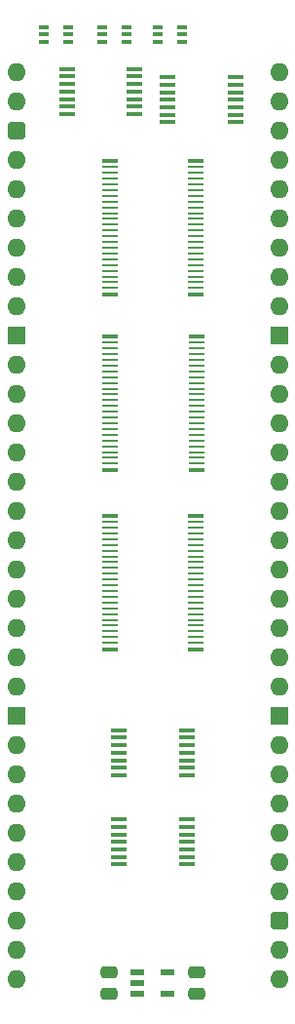
<source format=gbr>
%TF.GenerationSoftware,KiCad,Pcbnew,7.0.5*%
%TF.CreationDate,2024-01-04T10:21:33+02:00*%
%TF.ProjectId,HCP65 Device Interrupts Wide,48435036-3520-4446-9576-69636520496e,rev?*%
%TF.SameCoordinates,Original*%
%TF.FileFunction,Soldermask,Top*%
%TF.FilePolarity,Negative*%
%FSLAX46Y46*%
G04 Gerber Fmt 4.6, Leading zero omitted, Abs format (unit mm)*
G04 Created by KiCad (PCBNEW 7.0.5) date 2024-01-04 10:21:33*
%MOMM*%
%LPD*%
G01*
G04 APERTURE LIST*
G04 Aperture macros list*
%AMRoundRect*
0 Rectangle with rounded corners*
0 $1 Rounding radius*
0 $2 $3 $4 $5 $6 $7 $8 $9 X,Y pos of 4 corners*
0 Add a 4 corners polygon primitive as box body*
4,1,4,$2,$3,$4,$5,$6,$7,$8,$9,$2,$3,0*
0 Add four circle primitives for the rounded corners*
1,1,$1+$1,$2,$3*
1,1,$1+$1,$4,$5*
1,1,$1+$1,$6,$7*
1,1,$1+$1,$8,$9*
0 Add four rect primitives between the rounded corners*
20,1,$1+$1,$2,$3,$4,$5,0*
20,1,$1+$1,$4,$5,$6,$7,0*
20,1,$1+$1,$6,$7,$8,$9,0*
20,1,$1+$1,$8,$9,$2,$3,0*%
G04 Aperture macros list end*
%ADD10R,1.150000X0.600000*%
%ADD11R,1.400000X0.400000*%
%ADD12R,1.400000X0.280000*%
%ADD13R,0.875000X0.450000*%
%ADD14R,1.475000X0.450000*%
%ADD15RoundRect,0.250000X0.475000X-0.250000X0.475000X0.250000X-0.475000X0.250000X-0.475000X-0.250000X0*%
%ADD16O,1.600000X1.600000*%
%ADD17RoundRect,0.400000X-0.400000X-0.400000X0.400000X-0.400000X0.400000X0.400000X-0.400000X0.400000X0*%
%ADD18R,1.600000X1.600000*%
G04 APERTURE END LIST*
D10*
%TO.C,IC11*%
X96901000Y-149225000D03*
X96901000Y-150175000D03*
X96901000Y-151125000D03*
X99501000Y-151125000D03*
X99501000Y-149225000D03*
%TD*%
D11*
%TO.C,IC10*%
X94481000Y-109573000D03*
D12*
X94481000Y-110133000D03*
X94481000Y-110633000D03*
X94481000Y-111133000D03*
X94481000Y-111633000D03*
X94481000Y-112133000D03*
X94481000Y-112633000D03*
X94481000Y-113133000D03*
X94481000Y-113633000D03*
X94481000Y-114133000D03*
X94481000Y-114633000D03*
X94481000Y-115133000D03*
X94481000Y-115633000D03*
X94481000Y-116133000D03*
X94481000Y-116633000D03*
X94481000Y-117133000D03*
X94481000Y-117633000D03*
X94481000Y-118133000D03*
X94481000Y-118633000D03*
X94481000Y-119133000D03*
X94481000Y-119633000D03*
X94481000Y-120133000D03*
X94481000Y-120633000D03*
D11*
X94481000Y-121193000D03*
X101981000Y-121193000D03*
D12*
X101981000Y-120633000D03*
X101981000Y-120133000D03*
X101981000Y-119633000D03*
X101981000Y-119133000D03*
X101981000Y-118633000D03*
X101981000Y-118133000D03*
X101981000Y-117633000D03*
X101981000Y-117133000D03*
X101981000Y-116633000D03*
X101981000Y-116133000D03*
X101981000Y-115633000D03*
X101981000Y-115133000D03*
X101981000Y-114633000D03*
X101981000Y-114133000D03*
X101981000Y-113633000D03*
X101981000Y-113133000D03*
X101981000Y-112633000D03*
X101981000Y-112133000D03*
X101981000Y-111633000D03*
X101981000Y-111133000D03*
X101981000Y-110633000D03*
X101981000Y-110133000D03*
D11*
X101981000Y-109573000D03*
%TD*%
D13*
%TO.C,IC8*%
X100757000Y-68468000D03*
X100757000Y-67818000D03*
X100757000Y-67168000D03*
X98633000Y-67168000D03*
X98633000Y-67818000D03*
X98633000Y-68468000D03*
%TD*%
%TO.C,IC7*%
X88727000Y-67168000D03*
X88727000Y-67818000D03*
X88727000Y-68468000D03*
X90851000Y-68468000D03*
X90851000Y-67818000D03*
X90851000Y-67168000D03*
%TD*%
D14*
%TO.C,IC6*%
X99551000Y-71538000D03*
X99551000Y-72188000D03*
X99551000Y-72838000D03*
X99551000Y-73488000D03*
X99551000Y-74138000D03*
X99551000Y-74788000D03*
X99551000Y-75438000D03*
X105427000Y-75438000D03*
X105427000Y-74788000D03*
X105427000Y-74138000D03*
X105427000Y-73488000D03*
X105427000Y-72838000D03*
X105427000Y-72188000D03*
X105427000Y-71538000D03*
%TD*%
%TO.C,IC5*%
X95293000Y-135967500D03*
X95293000Y-136617500D03*
X95293000Y-137267500D03*
X95293000Y-137917500D03*
X95293000Y-138567500D03*
X95293000Y-139217500D03*
X95293000Y-139867500D03*
X101169000Y-139867500D03*
X101169000Y-139217500D03*
X101169000Y-138567500D03*
X101169000Y-137917500D03*
X101169000Y-137267500D03*
X101169000Y-136617500D03*
X101169000Y-135967500D03*
%TD*%
D11*
%TO.C,IC4*%
X94548000Y-94012000D03*
D12*
X94548000Y-94572000D03*
X94548000Y-95072000D03*
X94548000Y-95572000D03*
X94548000Y-96072000D03*
X94548000Y-96572000D03*
X94548000Y-97072000D03*
X94548000Y-97572000D03*
X94548000Y-98072000D03*
X94548000Y-98572000D03*
X94548000Y-99072000D03*
X94548000Y-99572000D03*
X94548000Y-100072000D03*
X94548000Y-100572000D03*
X94548000Y-101072000D03*
X94548000Y-101572000D03*
X94548000Y-102072000D03*
X94548000Y-102572000D03*
X94548000Y-103072000D03*
X94548000Y-103572000D03*
X94548000Y-104072000D03*
X94548000Y-104572000D03*
X94548000Y-105072000D03*
D11*
X94548000Y-105632000D03*
X102048000Y-105632000D03*
D12*
X102048000Y-105072000D03*
X102048000Y-104572000D03*
X102048000Y-104072000D03*
X102048000Y-103572000D03*
X102048000Y-103072000D03*
X102048000Y-102572000D03*
X102048000Y-102072000D03*
X102048000Y-101572000D03*
X102048000Y-101072000D03*
X102048000Y-100572000D03*
X102048000Y-100072000D03*
X102048000Y-99572000D03*
X102048000Y-99072000D03*
X102048000Y-98572000D03*
X102048000Y-98072000D03*
X102048000Y-97572000D03*
X102048000Y-97072000D03*
X102048000Y-96572000D03*
X102048000Y-96072000D03*
X102048000Y-95572000D03*
X102048000Y-95072000D03*
X102048000Y-94572000D03*
D11*
X102048000Y-94012000D03*
%TD*%
D14*
%TO.C,IC3*%
X95293000Y-128225000D03*
X95293000Y-128875000D03*
X95293000Y-129525000D03*
X95293000Y-130175000D03*
X95293000Y-130825000D03*
X95293000Y-131475000D03*
X95293000Y-132125000D03*
X101169000Y-132125000D03*
X101169000Y-131475000D03*
X101169000Y-130825000D03*
X101169000Y-130175000D03*
X101169000Y-129525000D03*
X101169000Y-128875000D03*
X101169000Y-128225000D03*
%TD*%
%TO.C,IC2*%
X90788000Y-70821000D03*
X90788000Y-71471000D03*
X90788000Y-72121000D03*
X90788000Y-72771000D03*
X90788000Y-73421000D03*
X90788000Y-74071000D03*
X90788000Y-74721000D03*
X96664000Y-74721000D03*
X96664000Y-74071000D03*
X96664000Y-73421000D03*
X96664000Y-72771000D03*
X96664000Y-72121000D03*
X96664000Y-71471000D03*
X96664000Y-70821000D03*
%TD*%
D11*
%TO.C,IC1*%
X94481000Y-78772000D03*
D12*
X94481000Y-79332000D03*
X94481000Y-79832000D03*
X94481000Y-80332000D03*
X94481000Y-80832000D03*
X94481000Y-81332000D03*
X94481000Y-81832000D03*
X94481000Y-82332000D03*
X94481000Y-82832000D03*
X94481000Y-83332000D03*
X94481000Y-83832000D03*
X94481000Y-84332000D03*
X94481000Y-84832000D03*
X94481000Y-85332000D03*
X94481000Y-85832000D03*
X94481000Y-86332000D03*
X94481000Y-86832000D03*
X94481000Y-87332000D03*
X94481000Y-87832000D03*
X94481000Y-88332000D03*
X94481000Y-88832000D03*
X94481000Y-89332000D03*
X94481000Y-89832000D03*
D11*
X94481000Y-90392000D03*
X101981000Y-90392000D03*
D12*
X101981000Y-89832000D03*
X101981000Y-89332000D03*
X101981000Y-88832000D03*
X101981000Y-88332000D03*
X101981000Y-87832000D03*
X101981000Y-87332000D03*
X101981000Y-86832000D03*
X101981000Y-86332000D03*
X101981000Y-85832000D03*
X101981000Y-85332000D03*
X101981000Y-84832000D03*
X101981000Y-84332000D03*
X101981000Y-83832000D03*
X101981000Y-83332000D03*
X101981000Y-82832000D03*
X101981000Y-82332000D03*
X101981000Y-81832000D03*
X101981000Y-81332000D03*
X101981000Y-80832000D03*
X101981000Y-80332000D03*
X101981000Y-79832000D03*
X101981000Y-79332000D03*
D11*
X101981000Y-78772000D03*
%TD*%
D15*
%TO.C,C10*%
X102011000Y-151109000D03*
X102011000Y-149209000D03*
%TD*%
D16*
%TO.C,J2*%
X86360000Y-71120000D03*
X86360000Y-73660000D03*
D17*
X86360000Y-76200000D03*
D16*
X86360000Y-78740000D03*
X86360000Y-81280000D03*
X86360000Y-83820000D03*
X86360000Y-86360000D03*
X86360000Y-88900000D03*
X86360000Y-91440000D03*
D18*
X86360000Y-93980000D03*
D16*
X86360000Y-96520000D03*
X86360000Y-99060000D03*
X86360000Y-101600000D03*
X86360000Y-104140000D03*
X86360000Y-106680000D03*
X86360000Y-109220000D03*
X86360000Y-111760000D03*
X86360000Y-114300000D03*
X86360000Y-116840000D03*
X86360000Y-119380000D03*
X86360000Y-121920000D03*
X86360000Y-124460000D03*
D18*
X86360000Y-127000000D03*
D16*
X86360000Y-129540000D03*
X86360000Y-132080000D03*
X86360000Y-134620000D03*
X86360000Y-137160000D03*
X86360000Y-139700000D03*
X86360000Y-142240000D03*
X86360000Y-144780000D03*
X86360000Y-147320000D03*
X86360000Y-149860000D03*
X109220000Y-149860000D03*
X109220000Y-147320000D03*
D17*
X109220000Y-144780000D03*
D16*
X109220000Y-142240000D03*
X109220000Y-139700000D03*
X109220000Y-137160000D03*
X109220000Y-134620000D03*
X109220000Y-132080000D03*
X109220000Y-129540000D03*
D18*
X109220000Y-127000000D03*
D16*
X109220000Y-124460000D03*
X109220000Y-121920000D03*
X109220000Y-119380000D03*
X109220000Y-116840000D03*
X109220000Y-114300000D03*
X109220000Y-111760000D03*
X109220000Y-109220000D03*
X109220000Y-106680000D03*
X109220000Y-104140000D03*
X109220000Y-101600000D03*
X109220000Y-99060000D03*
X109220000Y-96520000D03*
D18*
X109220000Y-93980000D03*
D16*
X109220000Y-91440000D03*
X109220000Y-88900000D03*
X109220000Y-86360000D03*
X109220000Y-83820000D03*
X109220000Y-81280000D03*
X109220000Y-78740000D03*
X109220000Y-76200000D03*
X109220000Y-73660000D03*
X109220000Y-71120000D03*
%TD*%
D15*
%TO.C,C9*%
X94391000Y-151109000D03*
X94391000Y-149209000D03*
%TD*%
D13*
%TO.C,IC9*%
X95931000Y-68468000D03*
X95931000Y-67818000D03*
X95931000Y-67168000D03*
X93807000Y-67168000D03*
X93807000Y-67818000D03*
X93807000Y-68468000D03*
%TD*%
M02*

</source>
